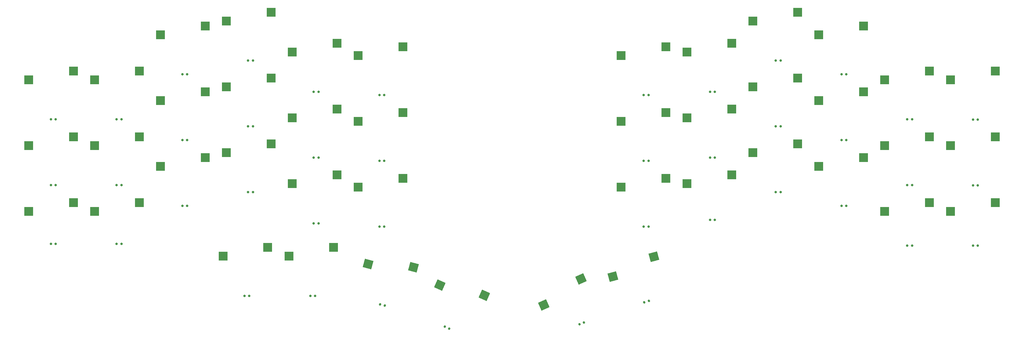
<source format=gbp>
%TF.GenerationSoftware,KiCad,Pcbnew,8.0.3*%
%TF.CreationDate,2024-12-16T00:17:53+09:00*%
%TF.ProjectId,manjaro_mx,6d616e6a-6172-46f5-9f6d-782e6b696361,rev?*%
%TF.SameCoordinates,Original*%
%TF.FileFunction,Paste,Bot*%
%TF.FilePolarity,Positive*%
%FSLAX46Y46*%
G04 Gerber Fmt 4.6, Leading zero omitted, Abs format (unit mm)*
G04 Created by KiCad (PCBNEW 8.0.3) date 2024-12-16 00:17:53*
%MOMM*%
%LPD*%
G01*
G04 APERTURE LIST*
G04 Aperture macros list*
%AMRoundRect*
0 Rectangle with rounded corners*
0 $1 Rounding radius*
0 $2 $3 $4 $5 $6 $7 $8 $9 X,Y pos of 4 corners*
0 Add a 4 corners polygon primitive as box body*
4,1,4,$2,$3,$4,$5,$6,$7,$8,$9,$2,$3,0*
0 Add four circle primitives for the rounded corners*
1,1,$1+$1,$2,$3*
1,1,$1+$1,$4,$5*
1,1,$1+$1,$6,$7*
1,1,$1+$1,$8,$9*
0 Add four rect primitives between the rounded corners*
20,1,$1+$1,$2,$3,$4,$5,0*
20,1,$1+$1,$4,$5,$6,$7,0*
20,1,$1+$1,$6,$7,$8,$9,0*
20,1,$1+$1,$8,$9,$2,$3,0*%
%AMRotRect*
0 Rectangle, with rotation*
0 The origin of the aperture is its center*
0 $1 length*
0 $2 width*
0 $3 Rotation angle, in degrees counterclockwise*
0 Add horizontal line*
21,1,$1,$2,0,0,$3*%
G04 Aperture macros list end*
%ADD10RotRect,2.550000X2.500000X15.000000*%
%ADD11RoundRect,0.150000X-0.150000X-0.200000X0.150000X-0.200000X0.150000X0.200000X-0.150000X0.200000X0*%
%ADD12R,2.550000X2.500000*%
%ADD13RoundRect,0.150000X-0.056195X-0.243602X0.218124X-0.122156X0.056195X0.243602X-0.218124X0.122156X0*%
%ADD14RoundRect,0.150000X-0.196653X-0.154362X0.093125X-0.232008X0.196653X0.154362X-0.093125X0.232008X0*%
%ADD15RoundRect,0.150000X-0.218124X-0.122156X0.056195X-0.243602X0.218124X0.122156X-0.056195X0.243602X0*%
%ADD16RotRect,2.550000X2.500000X24.001000*%
%ADD17RoundRect,0.150000X-0.093125X-0.232008X0.196653X-0.154362X0.093125X0.232008X-0.196653X0.154362X0*%
%ADD18RotRect,2.550000X2.500000X345.000000*%
%ADD19RotRect,2.550000X2.500000X336.000000*%
G04 APERTURE END LIST*
D10*
%TO.C,rSW17*%
X212049015Y-128980281D03*
X223878138Y-123181076D03*
%TD*%
D11*
%TO.C,D7*%
X145950000Y-95450000D03*
X144550000Y-95450000D03*
%TD*%
D12*
%TO.C,rSW13*%
X252515000Y-93060000D03*
X265442000Y-90520000D03*
%TD*%
D11*
%TO.C,D9*%
X107950000Y-85450000D03*
X106550000Y-85450000D03*
%TD*%
D12*
%TO.C,rSW2*%
X233465000Y-63960000D03*
X246392000Y-61420000D03*
%TD*%
%TO.C,rSW5*%
X290615000Y-71960000D03*
X303542000Y-69420000D03*
%TD*%
D11*
%TO.C,D16*%
X88950000Y-108450000D03*
X87550000Y-108450000D03*
%TD*%
D12*
%TO.C,rSW14*%
X271565000Y-97060000D03*
X284492000Y-94520000D03*
%TD*%
D11*
%TO.C,rD1*%
X222350000Y-76400000D03*
X220950000Y-76400000D03*
%TD*%
D12*
%TO.C,rSW15*%
X290615000Y-110060000D03*
X303542000Y-107520000D03*
%TD*%
D11*
%TO.C,rD3*%
X260550000Y-66400000D03*
X259150000Y-66400000D03*
%TD*%
%TO.C,rD15*%
X298550000Y-120000000D03*
X297150000Y-120000000D03*
%TD*%
%TO.C,rD13*%
X260550000Y-104500000D03*
X259150000Y-104500000D03*
%TD*%
D12*
%TO.C,rSW8*%
X252515000Y-74010000D03*
X265442000Y-71470000D03*
%TD*%
D11*
%TO.C,D15*%
X107950000Y-104500000D03*
X106550000Y-104500000D03*
%TD*%
D12*
%TO.C,SW15*%
X100315000Y-93060000D03*
X113242000Y-90520000D03*
%TD*%
%TO.C,SW10*%
X81265000Y-78010000D03*
X94192000Y-75470000D03*
%TD*%
%TO.C,SW21*%
X118365000Y-123060000D03*
X131292000Y-120520000D03*
%TD*%
D13*
%TO.C,rD16*%
X203640077Y-142216624D03*
X202359923Y-142783376D03*
%TD*%
D12*
%TO.C,SW16*%
X81265000Y-97060000D03*
X94192000Y-94520000D03*
%TD*%
%TO.C,rSW4*%
X271565000Y-58960000D03*
X284492000Y-56420000D03*
%TD*%
D11*
%TO.C,D18*%
X50950000Y-119500000D03*
X49550000Y-119500000D03*
%TD*%
D14*
%TO.C,D20*%
X146102296Y-137362346D03*
X144750000Y-137000000D03*
%TD*%
D12*
%TO.C,SW22*%
X99315000Y-123060000D03*
X112242000Y-120520000D03*
%TD*%
D11*
%TO.C,D1*%
X145950000Y-76400000D03*
X144550000Y-76400000D03*
%TD*%
D12*
%TO.C,rSW18*%
X309665000Y-110060000D03*
X322592000Y-107520000D03*
%TD*%
D11*
%TO.C,rD11*%
X222350000Y-114500000D03*
X220950000Y-114500000D03*
%TD*%
D12*
%TO.C,rSW1*%
X214415000Y-64960000D03*
X227342000Y-62420000D03*
%TD*%
D11*
%TO.C,rD7*%
X241550000Y-94450000D03*
X240150000Y-94450000D03*
%TD*%
D12*
%TO.C,rSW10*%
X290615000Y-91010000D03*
X303542000Y-88470000D03*
%TD*%
D11*
%TO.C,rD8*%
X260550000Y-85450000D03*
X259150000Y-85450000D03*
%TD*%
%TO.C,D21*%
X125950000Y-134500000D03*
X124550000Y-134500000D03*
%TD*%
D12*
%TO.C,SW3*%
X100315000Y-54960000D03*
X113242000Y-52420000D03*
%TD*%
D11*
%TO.C,D22*%
X106900000Y-134500000D03*
X105500000Y-134500000D03*
%TD*%
%TO.C,D14*%
X126950000Y-113500000D03*
X125550000Y-113500000D03*
%TD*%
D12*
%TO.C,SW9*%
X100315000Y-74010000D03*
X113242000Y-71470000D03*
%TD*%
D11*
%TO.C,D13*%
X145950000Y-114500000D03*
X144550000Y-114500000D03*
%TD*%
D12*
%TO.C,rSW19*%
X309665000Y-91010000D03*
X322592000Y-88470000D03*
%TD*%
%TO.C,SW6*%
X43165000Y-71960000D03*
X56092000Y-69420000D03*
%TD*%
%TO.C,rSW20*%
X309665000Y-71960000D03*
X322592000Y-69420000D03*
%TD*%
D15*
%TO.C,D19*%
X164750000Y-144000000D03*
X163469846Y-143433248D03*
%TD*%
D12*
%TO.C,SW5*%
X62215000Y-71960000D03*
X75142000Y-69420000D03*
%TD*%
D11*
%TO.C,rD4*%
X279550000Y-70350000D03*
X278150000Y-70350000D03*
%TD*%
D12*
%TO.C,SW18*%
X43165000Y-110060000D03*
X56092000Y-107520000D03*
%TD*%
%TO.C,rSW12*%
X233465000Y-102060000D03*
X246392000Y-99520000D03*
%TD*%
%TO.C,SW12*%
X43165000Y-91010000D03*
X56092000Y-88470000D03*
%TD*%
D11*
%TO.C,D3*%
X107950000Y-66400000D03*
X106550000Y-66400000D03*
%TD*%
%TO.C,rD9*%
X279550000Y-89400000D03*
X278150000Y-89400000D03*
%TD*%
D12*
%TO.C,rSW6*%
X214415000Y-84010000D03*
X227342000Y-81470000D03*
%TD*%
%TO.C,SW8*%
X119365000Y-83010000D03*
X132292000Y-80470000D03*
%TD*%
D16*
%TO.C,rSW16*%
X192044429Y-137161455D03*
X202820588Y-129582977D03*
%TD*%
D12*
%TO.C,SW7*%
X138415000Y-84010000D03*
X151342000Y-81470000D03*
%TD*%
D11*
%TO.C,D10*%
X88950000Y-89400000D03*
X87550000Y-89400000D03*
%TD*%
D12*
%TO.C,SW11*%
X62215000Y-91010000D03*
X75142000Y-88470000D03*
%TD*%
D11*
%TO.C,rD14*%
X279550000Y-108450000D03*
X278150000Y-108450000D03*
%TD*%
%TO.C,rD5*%
X298550000Y-83400000D03*
X297150000Y-83400000D03*
%TD*%
%TO.C,rD20*%
X317550000Y-83500000D03*
X316150000Y-83500000D03*
%TD*%
%TO.C,rD6*%
X222350000Y-95450000D03*
X220950000Y-95450000D03*
%TD*%
D12*
%TO.C,SW14*%
X119365000Y-102060000D03*
X132292000Y-99520000D03*
%TD*%
D11*
%TO.C,D2*%
X126950000Y-75400000D03*
X125550000Y-75400000D03*
%TD*%
D12*
%TO.C,SW13*%
X138415000Y-103060000D03*
X151342000Y-100520000D03*
%TD*%
D11*
%TO.C,D17*%
X69950000Y-119500000D03*
X68550000Y-119500000D03*
%TD*%
%TO.C,D11*%
X69950000Y-102450000D03*
X68550000Y-102450000D03*
%TD*%
%TO.C,rD10*%
X298550000Y-102450000D03*
X297150000Y-102450000D03*
%TD*%
%TO.C,D4*%
X88950000Y-70350000D03*
X87550000Y-70350000D03*
%TD*%
D12*
%TO.C,rSW7*%
X233465000Y-83010000D03*
X246392000Y-80470000D03*
%TD*%
D17*
%TO.C,rD17*%
X222500000Y-136000000D03*
X221147704Y-136362346D03*
%TD*%
D12*
%TO.C,SW17*%
X62215000Y-110060000D03*
X75142000Y-107520000D03*
%TD*%
%TO.C,SW4*%
X81265000Y-58960000D03*
X94192000Y-56420000D03*
%TD*%
D11*
%TO.C,D5*%
X69950000Y-83400000D03*
X68550000Y-83400000D03*
%TD*%
%TO.C,rD19*%
X317550000Y-102550000D03*
X316150000Y-102550000D03*
%TD*%
%TO.C,D6*%
X50950000Y-83400000D03*
X49550000Y-83400000D03*
%TD*%
D12*
%TO.C,SW2*%
X119365000Y-63960000D03*
X132292000Y-61420000D03*
%TD*%
%TO.C,rSW3*%
X252515000Y-54960000D03*
X265442000Y-52420000D03*
%TD*%
D18*
%TO.C,SW20*%
X141263816Y-125312815D03*
X154407739Y-126205118D03*
%TD*%
D11*
%TO.C,rD2*%
X241550000Y-75400000D03*
X240150000Y-75400000D03*
%TD*%
D12*
%TO.C,rSW9*%
X271565000Y-78010000D03*
X284492000Y-75470000D03*
%TD*%
D11*
%TO.C,rD18*%
X317550000Y-120000000D03*
X316150000Y-120000000D03*
%TD*%
%TO.C,D8*%
X126950000Y-94450000D03*
X125550000Y-94450000D03*
%TD*%
%TO.C,D12*%
X50950000Y-102450000D03*
X49550000Y-102450000D03*
%TD*%
%TO.C,rD12*%
X241550000Y-112500000D03*
X240150000Y-112500000D03*
%TD*%
D19*
%TO.C,SW19*%
X162010642Y-131397865D03*
X174853155Y-134335345D03*
%TD*%
D12*
%TO.C,SW1*%
X138415000Y-64960000D03*
X151342000Y-62420000D03*
%TD*%
%TO.C,rSW11*%
X214415000Y-103060000D03*
X227342000Y-100520000D03*
%TD*%
M02*

</source>
